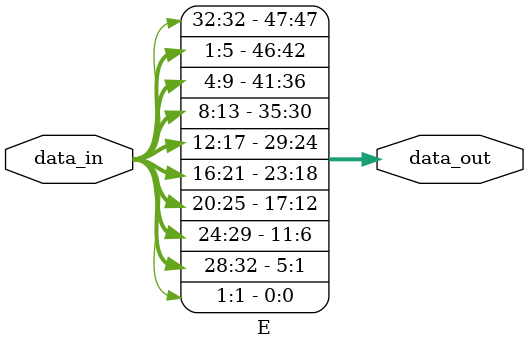
<source format=v>
module E
(
 input [1:32] data_in,
 output [1:48] data_out
);

assign data_out[1]  = data_in[32];
assign data_out[2]  = data_in[1];
assign data_out[3]  = data_in[2];
assign data_out[4]  = data_in[3];
assign data_out[5]  = data_in[4];
assign data_out[6]  = data_in[5];
assign data_out[7]  = data_in[4];
assign data_out[8]  = data_in[5];
assign data_out[9]  = data_in[6];
assign data_out[10] = data_in[7];
assign data_out[11] = data_in[8];
assign data_out[12] = data_in[9];
assign data_out[13] = data_in[8];
assign data_out[14] = data_in[9];
assign data_out[15] = data_in[10];
assign data_out[16] = data_in[11];
assign data_out[17] = data_in[12];
assign data_out[18] = data_in[13];
assign data_out[19] = data_in[12];
assign data_out[20] = data_in[13];
assign data_out[21] = data_in[14];
assign data_out[22] = data_in[15];
assign data_out[23] = data_in[16];
assign data_out[24] = data_in[17];
assign data_out[25] = data_in[16];
assign data_out[26] = data_in[17];
assign data_out[27] = data_in[18];
assign data_out[28] = data_in[19];
assign data_out[29] = data_in[20];
assign data_out[30] = data_in[21];
assign data_out[31] = data_in[20];
assign data_out[32] = data_in[21];
assign data_out[33] = data_in[22];
assign data_out[34] = data_in[23];
assign data_out[35] = data_in[24];
assign data_out[36] = data_in[25];
assign data_out[37] = data_in[24];
assign data_out[38] = data_in[25];
assign data_out[39] = data_in[26];
assign data_out[40] = data_in[27];
assign data_out[41] = data_in[28];
assign data_out[42] = data_in[29];
assign data_out[43] = data_in[28];
assign data_out[44] = data_in[29];
assign data_out[45] = data_in[30];
assign data_out[46] = data_in[31];
assign data_out[47] = data_in[32];
assign data_out[48] = data_in[1];

endmodule
</source>
